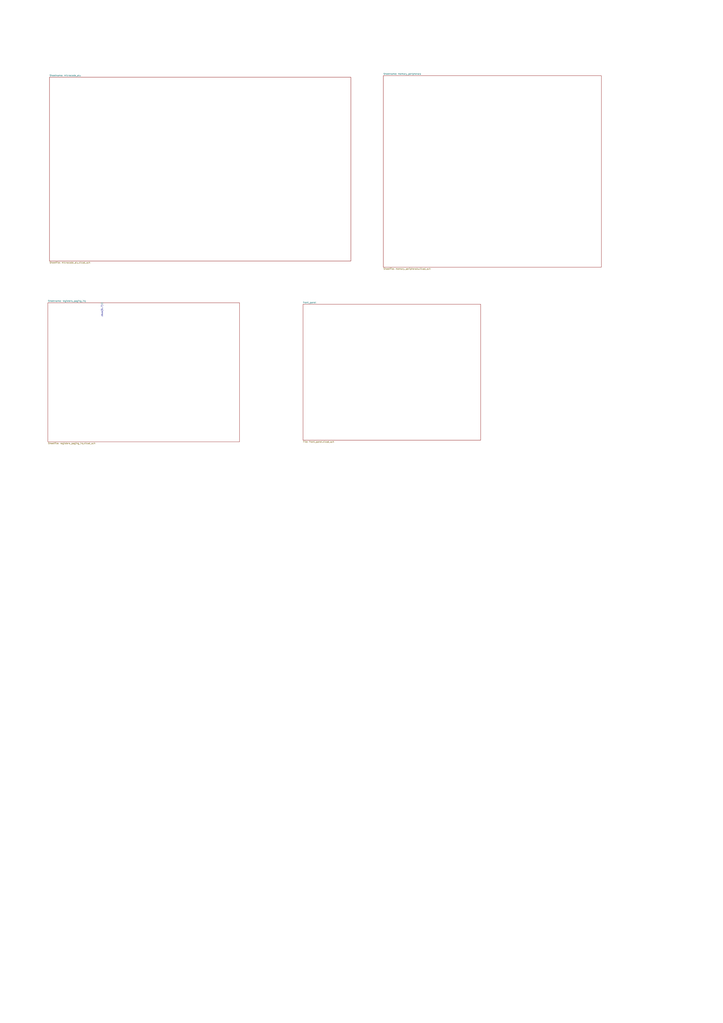
<source format=kicad_sch>
(kicad_sch
	(version 20231120)
	(generator "eeschema")
	(generator_version "8.0")
	(uuid "8dc530de-176d-4542-9ed1-97157904b8fd")
	(paper "A1" portrait)
	(lib_symbols)
	(sheet
		(at 40.64 63.5)
		(size 247.65 151.13)
		(fields_autoplaced yes)
		(stroke
			(width 0.1524)
			(type solid)
		)
		(fill
			(color 0 0 0 0.0000)
		)
		(uuid "6d82b379-17a4-433e-9e67-048f9ff9896a")
		(property "Sheetname" "microcode_alu"
			(at 40.64 62.7884 0)
			(show_name yes)
			(effects
				(font
					(size 1.27 1.27)
				)
				(justify left bottom)
			)
		)
		(property "Sheetfile" "microcode_alu.kicad_sch"
			(at 40.64 215.2146 0)
			(show_name yes)
			(effects
				(font
					(size 1.27 1.27)
				)
				(justify left top)
			)
		)
		(instances
			(project "main"
				(path "/8dc530de-176d-4542-9ed1-97157904b8fd"
					(page "2")
				)
			)
		)
	)
	(sheet
		(at 39.37 248.92)
		(size 157.48 114.3)
		(fields_autoplaced yes)
		(stroke
			(width 0.1524)
			(type solid)
		)
		(fill
			(color 0 0 0 0.0000)
		)
		(uuid "9f2ca146-e135-4f03-bd24-d11dff48023e")
		(property "Sheetname" "registers_paging_irq"
			(at 39.37 248.2084 0)
			(show_name yes)
			(effects
				(font
					(size 1.27 1.27)
				)
				(justify left bottom)
			)
		)
		(property "Sheetfile" "registers_paging_irq.kicad_sch"
			(at 39.37 363.8046 0)
			(show_name yes)
			(effects
				(font
					(size 1.27 1.27)
				)
				(justify left top)
			)
		)
		(pin "zbus[0..7]" input
			(at 83.82 248.92 90)
			(effects
				(font
					(size 1.27 1.27)
				)
				(justify right)
			)
			(uuid "74ada4a8-0d09-4c05-a7c1-c9e21fedcf0b")
		)
		(instances
			(project "main"
				(path "/8dc530de-176d-4542-9ed1-97157904b8fd"
					(page "3")
				)
			)
		)
	)
	(sheet
		(at 314.96 62.23)
		(size 179.07 157.48)
		(fields_autoplaced yes)
		(stroke
			(width 0.1524)
			(type solid)
		)
		(fill
			(color 0 0 0 0.0000)
		)
		(uuid "de1a6b02-d7d8-456e-b849-cd6cafea1125")
		(property "Sheetname" "memory_peripherals"
			(at 314.96 61.5184 0)
			(show_name yes)
			(effects
				(font
					(size 1.27 1.27)
				)
				(justify left bottom)
			)
		)
		(property "Sheetfile" "memory_peripherals.kicad_sch"
			(at 314.96 220.2946 0)
			(show_name yes)
			(effects
				(font
					(size 1.27 1.27)
				)
				(justify left top)
			)
		)
		(instances
			(project "main"
				(path "/8dc530de-176d-4542-9ed1-97157904b8fd"
					(page "4")
				)
			)
		)
	)
	(sheet
		(at 248.92 250.19)
		(size 146.05 111.76)
		(fields_autoplaced yes)
		(stroke
			(width 0.1524)
			(type solid)
		)
		(fill
			(color 0 0 0 0.0000)
		)
		(uuid "f24c6437-f4bc-4a63-817f-e018368e200b")
		(property "Sheetname" "front_panel"
			(at 248.92 249.4784 0)
			(effects
				(font
					(size 1.27 1.27)
				)
				(justify left bottom)
			)
		)
		(property "Sheetfile" "front_panel.kicad_sch"
			(at 248.92 362.5346 0)
			(effects
				(font
					(size 1.27 1.27)
				)
				(justify left top)
			)
		)
		(instances
			(project "main"
				(path "/8dc530de-176d-4542-9ed1-97157904b8fd"
					(page "5")
				)
			)
		)
	)
	(sheet_instances
		(path "/"
			(page "1")
		)
	)
)

</source>
